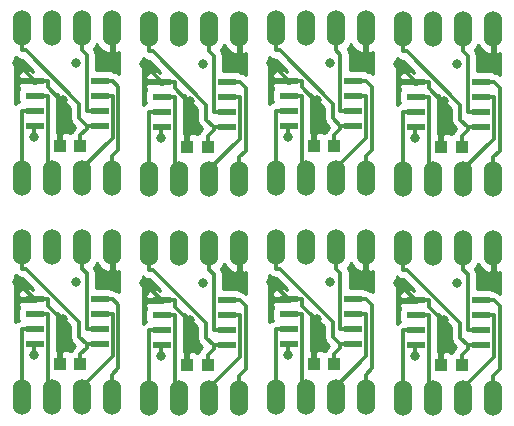
<source format=gbl>
G04 #@! TF.FileFunction,Copper,L2,Bot,Signal*
%FSLAX46Y46*%
G04 Gerber Fmt 4.6, Leading zero omitted, Abs format (unit mm)*
G04 Created by KiCad (PCBNEW 4.0.1-stable) date 2017/12/09 22:36:48*
%MOMM*%
G01*
G04 APERTURE LIST*
%ADD10C,0.050000*%
%ADD11R,1.049020X1.079500*%
%ADD12O,1.524000X3.048000*%
%ADD13R,1.500000X0.600000*%
%ADD14C,0.800000*%
%ADD15C,0.300000*%
%ADD16C,0.254000*%
G04 APERTURE END LIST*
D10*
D11*
X143873760Y-108000000D03*
X142126240Y-108000000D03*
D12*
X138930000Y-110760000D03*
X141470000Y-110760000D03*
X144010000Y-110760000D03*
X146550000Y-110760000D03*
X146550000Y-98060000D03*
X144010000Y-98060000D03*
X141470000Y-98060000D03*
X138930000Y-98060000D03*
D13*
X139990000Y-105045000D03*
X145490000Y-105045000D03*
X139990000Y-106315000D03*
X139990000Y-103775000D03*
X139990000Y-102505000D03*
X145490000Y-106315000D03*
X145490000Y-103775000D03*
X145490000Y-102505000D03*
D11*
X154641760Y-108090000D03*
X152894240Y-108090000D03*
D12*
X149698000Y-110850000D03*
X152238000Y-110850000D03*
X154778000Y-110850000D03*
X157318000Y-110850000D03*
X157318000Y-98150000D03*
X154778000Y-98150000D03*
X152238000Y-98150000D03*
X149698000Y-98150000D03*
D13*
X150758000Y-105135000D03*
X156258000Y-105135000D03*
X150758000Y-106405000D03*
X150758000Y-103865000D03*
X150758000Y-102595000D03*
X156258000Y-106405000D03*
X156258000Y-103865000D03*
X156258000Y-102595000D03*
D11*
X165373760Y-108000000D03*
X163626240Y-108000000D03*
D12*
X160430000Y-110760000D03*
X162970000Y-110760000D03*
X165510000Y-110760000D03*
X168050000Y-110760000D03*
X168050000Y-98060000D03*
X165510000Y-98060000D03*
X162970000Y-98060000D03*
X160430000Y-98060000D03*
D13*
X161490000Y-105045000D03*
X166990000Y-105045000D03*
X161490000Y-106315000D03*
X161490000Y-103775000D03*
X161490000Y-102505000D03*
X166990000Y-106315000D03*
X166990000Y-103775000D03*
X166990000Y-102505000D03*
D11*
X176141760Y-108090000D03*
X174394240Y-108090000D03*
D12*
X171198000Y-110850000D03*
X173738000Y-110850000D03*
X176278000Y-110850000D03*
X178818000Y-110850000D03*
X178818000Y-98150000D03*
X176278000Y-98150000D03*
X173738000Y-98150000D03*
X171198000Y-98150000D03*
D13*
X172258000Y-105135000D03*
X177758000Y-105135000D03*
X172258000Y-106405000D03*
X172258000Y-103865000D03*
X172258000Y-102595000D03*
X177758000Y-106405000D03*
X177758000Y-103865000D03*
X177758000Y-102595000D03*
D11*
X143873760Y-126500000D03*
X142126240Y-126500000D03*
D12*
X138930000Y-129260000D03*
X141470000Y-129260000D03*
X144010000Y-129260000D03*
X146550000Y-129260000D03*
X146550000Y-116560000D03*
X144010000Y-116560000D03*
X141470000Y-116560000D03*
X138930000Y-116560000D03*
D13*
X139990000Y-123545000D03*
X145490000Y-123545000D03*
X139990000Y-124815000D03*
X139990000Y-122275000D03*
X139990000Y-121005000D03*
X145490000Y-124815000D03*
X145490000Y-122275000D03*
X145490000Y-121005000D03*
D11*
X154641760Y-126590000D03*
X152894240Y-126590000D03*
D12*
X149698000Y-129350000D03*
X152238000Y-129350000D03*
X154778000Y-129350000D03*
X157318000Y-129350000D03*
X157318000Y-116650000D03*
X154778000Y-116650000D03*
X152238000Y-116650000D03*
X149698000Y-116650000D03*
D13*
X150758000Y-123635000D03*
X156258000Y-123635000D03*
X150758000Y-124905000D03*
X150758000Y-122365000D03*
X150758000Y-121095000D03*
X156258000Y-124905000D03*
X156258000Y-122365000D03*
X156258000Y-121095000D03*
D11*
X165373760Y-126500000D03*
X163626240Y-126500000D03*
D12*
X160430000Y-129260000D03*
X162970000Y-129260000D03*
X165510000Y-129260000D03*
X168050000Y-129260000D03*
X168050000Y-116560000D03*
X165510000Y-116560000D03*
X162970000Y-116560000D03*
X160430000Y-116560000D03*
D13*
X161490000Y-123545000D03*
X166990000Y-123545000D03*
X161490000Y-124815000D03*
X161490000Y-122275000D03*
X161490000Y-121005000D03*
X166990000Y-124815000D03*
X166990000Y-122275000D03*
X166990000Y-121005000D03*
D11*
X176141760Y-126590000D03*
X174394240Y-126590000D03*
D12*
X171198000Y-129350000D03*
X173738000Y-129350000D03*
X176278000Y-129350000D03*
X178818000Y-129350000D03*
X178818000Y-116650000D03*
X176278000Y-116650000D03*
X173738000Y-116650000D03*
X171198000Y-116650000D03*
D13*
X172258000Y-123635000D03*
X177758000Y-123635000D03*
X172258000Y-124905000D03*
X172258000Y-122365000D03*
X172258000Y-121095000D03*
X177758000Y-124905000D03*
X177758000Y-122365000D03*
X177758000Y-121095000D03*
D14*
X138500000Y-101000000D03*
X146500000Y-101000000D03*
X143500000Y-101000000D03*
X142383300Y-104165900D03*
X149268000Y-101090000D03*
X157268000Y-101090000D03*
X154268000Y-101090000D03*
X153151300Y-104255900D03*
X160000000Y-101000000D03*
X168000000Y-101000000D03*
X165000000Y-101000000D03*
X163883300Y-104165900D03*
X170768000Y-101090000D03*
X178768000Y-101090000D03*
X175768000Y-101090000D03*
X174651300Y-104255900D03*
X138500000Y-119500000D03*
X146500000Y-119500000D03*
X143500000Y-119500000D03*
X142383300Y-122665900D03*
X149268000Y-119590000D03*
X157268000Y-119590000D03*
X154268000Y-119590000D03*
X153151300Y-122755900D03*
X160000000Y-119500000D03*
X168000000Y-119500000D03*
X165000000Y-119500000D03*
X163883300Y-122665900D03*
X170768000Y-119590000D03*
X178768000Y-119590000D03*
X175768000Y-119590000D03*
X174651300Y-122755900D03*
X139951600Y-107222600D03*
X150719600Y-107312600D03*
X161451600Y-107222600D03*
X172219600Y-107312600D03*
X139951600Y-125722600D03*
X150719600Y-125812600D03*
X161451600Y-125722600D03*
X172219600Y-125812600D03*
D15*
X144389700Y-106594000D02*
X143873800Y-107109900D01*
X144389700Y-106315000D02*
X144389700Y-106594000D01*
X145490000Y-106315000D02*
X144389700Y-106315000D01*
X143873800Y-108000000D02*
X143873800Y-107109900D01*
X143770100Y-105695400D02*
X144389700Y-106315000D01*
X143770100Y-104443700D02*
X143770100Y-105695400D01*
X139260700Y-99934300D02*
X143770100Y-104443700D01*
X138930000Y-99934300D02*
X139260700Y-99934300D01*
X138930000Y-98060000D02*
X138930000Y-99934300D01*
X155157700Y-106684000D02*
X154641800Y-107199900D01*
X155157700Y-106405000D02*
X155157700Y-106684000D01*
X156258000Y-106405000D02*
X155157700Y-106405000D01*
X154641800Y-108090000D02*
X154641800Y-107199900D01*
X154538100Y-105785400D02*
X155157700Y-106405000D01*
X154538100Y-104533700D02*
X154538100Y-105785400D01*
X150028700Y-100024300D02*
X154538100Y-104533700D01*
X149698000Y-100024300D02*
X150028700Y-100024300D01*
X149698000Y-98150000D02*
X149698000Y-100024300D01*
X165889700Y-106594000D02*
X165373800Y-107109900D01*
X165889700Y-106315000D02*
X165889700Y-106594000D01*
X166990000Y-106315000D02*
X165889700Y-106315000D01*
X165373800Y-108000000D02*
X165373800Y-107109900D01*
X165270100Y-105695400D02*
X165889700Y-106315000D01*
X165270100Y-104443700D02*
X165270100Y-105695400D01*
X160760700Y-99934300D02*
X165270100Y-104443700D01*
X160430000Y-99934300D02*
X160760700Y-99934300D01*
X160430000Y-98060000D02*
X160430000Y-99934300D01*
X176657700Y-106684000D02*
X176141800Y-107199900D01*
X176657700Y-106405000D02*
X176657700Y-106684000D01*
X177758000Y-106405000D02*
X176657700Y-106405000D01*
X176141800Y-108090000D02*
X176141800Y-107199900D01*
X176038100Y-105785400D02*
X176657700Y-106405000D01*
X176038100Y-104533700D02*
X176038100Y-105785400D01*
X171528700Y-100024300D02*
X176038100Y-104533700D01*
X171198000Y-100024300D02*
X171528700Y-100024300D01*
X171198000Y-98150000D02*
X171198000Y-100024300D01*
X144389700Y-125094000D02*
X143873800Y-125609900D01*
X144389700Y-124815000D02*
X144389700Y-125094000D01*
X145490000Y-124815000D02*
X144389700Y-124815000D01*
X143873800Y-126500000D02*
X143873800Y-125609900D01*
X143770100Y-124195400D02*
X144389700Y-124815000D01*
X143770100Y-122943700D02*
X143770100Y-124195400D01*
X139260700Y-118434300D02*
X143770100Y-122943700D01*
X138930000Y-118434300D02*
X139260700Y-118434300D01*
X138930000Y-116560000D02*
X138930000Y-118434300D01*
X155157700Y-125184000D02*
X154641800Y-125699900D01*
X155157700Y-124905000D02*
X155157700Y-125184000D01*
X156258000Y-124905000D02*
X155157700Y-124905000D01*
X154641800Y-126590000D02*
X154641800Y-125699900D01*
X154538100Y-124285400D02*
X155157700Y-124905000D01*
X154538100Y-123033700D02*
X154538100Y-124285400D01*
X150028700Y-118524300D02*
X154538100Y-123033700D01*
X149698000Y-118524300D02*
X150028700Y-118524300D01*
X149698000Y-116650000D02*
X149698000Y-118524300D01*
X165889700Y-125094000D02*
X165373800Y-125609900D01*
X165889700Y-124815000D02*
X165889700Y-125094000D01*
X166990000Y-124815000D02*
X165889700Y-124815000D01*
X165373800Y-126500000D02*
X165373800Y-125609900D01*
X165270100Y-124195400D02*
X165889700Y-124815000D01*
X165270100Y-122943700D02*
X165270100Y-124195400D01*
X160760700Y-118434300D02*
X165270100Y-122943700D01*
X160430000Y-118434300D02*
X160760700Y-118434300D01*
X160430000Y-116560000D02*
X160430000Y-118434300D01*
X176657700Y-125184000D02*
X176141800Y-125699900D01*
X176657700Y-124905000D02*
X176657700Y-125184000D01*
X177758000Y-124905000D02*
X176657700Y-124905000D01*
X176141800Y-126590000D02*
X176141800Y-125699900D01*
X176038100Y-124285400D02*
X176657700Y-124905000D01*
X176038100Y-123033700D02*
X176038100Y-124285400D01*
X171528700Y-118524300D02*
X176038100Y-123033700D01*
X171198000Y-118524300D02*
X171528700Y-118524300D01*
X171198000Y-116650000D02*
X171198000Y-118524300D01*
X139990000Y-102505000D02*
X139990000Y-102490000D01*
X139990000Y-102490000D02*
X138500000Y-101000000D01*
X139990000Y-102505000D02*
X141090300Y-102505000D01*
X142126200Y-108000000D02*
X142126200Y-107109900D01*
X142126200Y-107109900D02*
X142126200Y-104165900D01*
X142126200Y-104103400D02*
X142126200Y-104165900D01*
X141090400Y-103067600D02*
X142126200Y-104103400D01*
X141090300Y-103067600D02*
X141090400Y-103067600D01*
X141090300Y-102505000D02*
X141090300Y-103067600D01*
X142126200Y-104165900D02*
X142383300Y-104165900D01*
X150758000Y-102595000D02*
X150758000Y-102580000D01*
X150758000Y-102580000D02*
X149268000Y-101090000D01*
X150758000Y-102595000D02*
X151858300Y-102595000D01*
X152894200Y-108090000D02*
X152894200Y-107199900D01*
X152894200Y-107199900D02*
X152894200Y-104255900D01*
X152894200Y-104193400D02*
X152894200Y-104255900D01*
X151858400Y-103157600D02*
X152894200Y-104193400D01*
X151858300Y-103157600D02*
X151858400Y-103157600D01*
X151858300Y-102595000D02*
X151858300Y-103157600D01*
X152894200Y-104255900D02*
X153151300Y-104255900D01*
X161490000Y-102505000D02*
X161490000Y-102490000D01*
X161490000Y-102490000D02*
X160000000Y-101000000D01*
X161490000Y-102505000D02*
X162590300Y-102505000D01*
X163626200Y-108000000D02*
X163626200Y-107109900D01*
X163626200Y-107109900D02*
X163626200Y-104165900D01*
X163626200Y-104103400D02*
X163626200Y-104165900D01*
X162590400Y-103067600D02*
X163626200Y-104103400D01*
X162590300Y-103067600D02*
X162590400Y-103067600D01*
X162590300Y-102505000D02*
X162590300Y-103067600D01*
X163626200Y-104165900D02*
X163883300Y-104165900D01*
X172258000Y-102595000D02*
X172258000Y-102580000D01*
X172258000Y-102580000D02*
X170768000Y-101090000D01*
X172258000Y-102595000D02*
X173358300Y-102595000D01*
X174394200Y-108090000D02*
X174394200Y-107199900D01*
X174394200Y-107199900D02*
X174394200Y-104255900D01*
X174394200Y-104193400D02*
X174394200Y-104255900D01*
X173358400Y-103157600D02*
X174394200Y-104193400D01*
X173358300Y-103157600D02*
X173358400Y-103157600D01*
X173358300Y-102595000D02*
X173358300Y-103157600D01*
X174394200Y-104255900D02*
X174651300Y-104255900D01*
X139990000Y-121005000D02*
X139990000Y-120990000D01*
X139990000Y-120990000D02*
X138500000Y-119500000D01*
X139990000Y-121005000D02*
X141090300Y-121005000D01*
X142126200Y-126500000D02*
X142126200Y-125609900D01*
X142126200Y-125609900D02*
X142126200Y-122665900D01*
X142126200Y-122603400D02*
X142126200Y-122665900D01*
X141090400Y-121567600D02*
X142126200Y-122603400D01*
X141090300Y-121567600D02*
X141090400Y-121567600D01*
X141090300Y-121005000D02*
X141090300Y-121567600D01*
X142126200Y-122665900D02*
X142383300Y-122665900D01*
X150758000Y-121095000D02*
X150758000Y-121080000D01*
X150758000Y-121080000D02*
X149268000Y-119590000D01*
X150758000Y-121095000D02*
X151858300Y-121095000D01*
X152894200Y-126590000D02*
X152894200Y-125699900D01*
X152894200Y-125699900D02*
X152894200Y-122755900D01*
X152894200Y-122693400D02*
X152894200Y-122755900D01*
X151858400Y-121657600D02*
X152894200Y-122693400D01*
X151858300Y-121657600D02*
X151858400Y-121657600D01*
X151858300Y-121095000D02*
X151858300Y-121657600D01*
X152894200Y-122755900D02*
X153151300Y-122755900D01*
X161490000Y-121005000D02*
X161490000Y-120990000D01*
X161490000Y-120990000D02*
X160000000Y-119500000D01*
X161490000Y-121005000D02*
X162590300Y-121005000D01*
X163626200Y-126500000D02*
X163626200Y-125609900D01*
X163626200Y-125609900D02*
X163626200Y-122665900D01*
X163626200Y-122603400D02*
X163626200Y-122665900D01*
X162590400Y-121567600D02*
X163626200Y-122603400D01*
X162590300Y-121567600D02*
X162590400Y-121567600D01*
X162590300Y-121005000D02*
X162590300Y-121567600D01*
X163626200Y-122665900D02*
X163883300Y-122665900D01*
X172258000Y-121095000D02*
X172258000Y-121080000D01*
X172258000Y-121080000D02*
X170768000Y-119590000D01*
X172258000Y-121095000D02*
X173358300Y-121095000D01*
X174394200Y-126590000D02*
X174394200Y-125699900D01*
X174394200Y-125699900D02*
X174394200Y-122755900D01*
X174394200Y-122693400D02*
X174394200Y-122755900D01*
X173358400Y-121657600D02*
X174394200Y-122693400D01*
X173358300Y-121657600D02*
X173358400Y-121657600D01*
X173358300Y-121095000D02*
X173358300Y-121657600D01*
X174394200Y-122755900D02*
X174651300Y-122755900D01*
X139951600Y-106353400D02*
X139951600Y-107222600D01*
X139990000Y-106315000D02*
X139951600Y-106353400D01*
X150719600Y-106443400D02*
X150719600Y-107312600D01*
X150758000Y-106405000D02*
X150719600Y-106443400D01*
X161451600Y-106353400D02*
X161451600Y-107222600D01*
X161490000Y-106315000D02*
X161451600Y-106353400D01*
X172219600Y-106443400D02*
X172219600Y-107312600D01*
X172258000Y-106405000D02*
X172219600Y-106443400D01*
X139951600Y-124853400D02*
X139951600Y-125722600D01*
X139990000Y-124815000D02*
X139951600Y-124853400D01*
X150719600Y-124943400D02*
X150719600Y-125812600D01*
X150758000Y-124905000D02*
X150719600Y-124943400D01*
X161451600Y-124853400D02*
X161451600Y-125722600D01*
X161490000Y-124815000D02*
X161451600Y-124853400D01*
X172219600Y-124943400D02*
X172219600Y-125812600D01*
X172258000Y-124905000D02*
X172219600Y-124943400D01*
X138889700Y-108845400D02*
X138930000Y-108885700D01*
X138889700Y-105045000D02*
X138889700Y-108845400D01*
X139990000Y-105045000D02*
X138889700Y-105045000D01*
X138930000Y-110760000D02*
X138930000Y-108885700D01*
X149657700Y-108935400D02*
X149698000Y-108975700D01*
X149657700Y-105135000D02*
X149657700Y-108935400D01*
X150758000Y-105135000D02*
X149657700Y-105135000D01*
X149698000Y-110850000D02*
X149698000Y-108975700D01*
X160389700Y-108845400D02*
X160430000Y-108885700D01*
X160389700Y-105045000D02*
X160389700Y-108845400D01*
X161490000Y-105045000D02*
X160389700Y-105045000D01*
X160430000Y-110760000D02*
X160430000Y-108885700D01*
X171157700Y-108935400D02*
X171198000Y-108975700D01*
X171157700Y-105135000D02*
X171157700Y-108935400D01*
X172258000Y-105135000D02*
X171157700Y-105135000D01*
X171198000Y-110850000D02*
X171198000Y-108975700D01*
X138889700Y-127345400D02*
X138930000Y-127385700D01*
X138889700Y-123545000D02*
X138889700Y-127345400D01*
X139990000Y-123545000D02*
X138889700Y-123545000D01*
X138930000Y-129260000D02*
X138930000Y-127385700D01*
X149657700Y-127435400D02*
X149698000Y-127475700D01*
X149657700Y-123635000D02*
X149657700Y-127435400D01*
X150758000Y-123635000D02*
X149657700Y-123635000D01*
X149698000Y-129350000D02*
X149698000Y-127475700D01*
X160389700Y-127345400D02*
X160430000Y-127385700D01*
X160389700Y-123545000D02*
X160389700Y-127345400D01*
X161490000Y-123545000D02*
X160389700Y-123545000D01*
X160430000Y-129260000D02*
X160430000Y-127385700D01*
X171157700Y-127435400D02*
X171198000Y-127475700D01*
X171157700Y-123635000D02*
X171157700Y-127435400D01*
X172258000Y-123635000D02*
X171157700Y-123635000D01*
X171198000Y-129350000D02*
X171198000Y-127475700D01*
X141090300Y-110380300D02*
X141470000Y-110760000D01*
X141090300Y-103775000D02*
X141090300Y-110380300D01*
X139990000Y-103775000D02*
X141090300Y-103775000D01*
X151858300Y-110470300D02*
X152238000Y-110850000D01*
X151858300Y-103865000D02*
X151858300Y-110470300D01*
X150758000Y-103865000D02*
X151858300Y-103865000D01*
X162590300Y-110380300D02*
X162970000Y-110760000D01*
X162590300Y-103775000D02*
X162590300Y-110380300D01*
X161490000Y-103775000D02*
X162590300Y-103775000D01*
X173358300Y-110470300D02*
X173738000Y-110850000D01*
X173358300Y-103865000D02*
X173358300Y-110470300D01*
X172258000Y-103865000D02*
X173358300Y-103865000D01*
X141090300Y-128880300D02*
X141470000Y-129260000D01*
X141090300Y-122275000D02*
X141090300Y-128880300D01*
X139990000Y-122275000D02*
X141090300Y-122275000D01*
X151858300Y-128970300D02*
X152238000Y-129350000D01*
X151858300Y-122365000D02*
X151858300Y-128970300D01*
X150758000Y-122365000D02*
X151858300Y-122365000D01*
X162590300Y-128880300D02*
X162970000Y-129260000D01*
X162590300Y-122275000D02*
X162590300Y-128880300D01*
X161490000Y-122275000D02*
X162590300Y-122275000D01*
X173358300Y-128970300D02*
X173738000Y-129350000D01*
X173358300Y-122365000D02*
X173358300Y-128970300D01*
X172258000Y-122365000D02*
X173358300Y-122365000D01*
X145490000Y-102505000D02*
X146590300Y-102505000D01*
X146550000Y-110760000D02*
X146550000Y-108885700D01*
X147090600Y-103005300D02*
X146590300Y-102505000D01*
X147090600Y-108345100D02*
X147090600Y-103005300D01*
X146550000Y-108885700D02*
X147090600Y-108345100D01*
X156258000Y-102595000D02*
X157358300Y-102595000D01*
X157318000Y-110850000D02*
X157318000Y-108975700D01*
X157858600Y-103095300D02*
X157358300Y-102595000D01*
X157858600Y-108435100D02*
X157858600Y-103095300D01*
X157318000Y-108975700D02*
X157858600Y-108435100D01*
X166990000Y-102505000D02*
X168090300Y-102505000D01*
X168050000Y-110760000D02*
X168050000Y-108885700D01*
X168590600Y-103005300D02*
X168090300Y-102505000D01*
X168590600Y-108345100D02*
X168590600Y-103005300D01*
X168050000Y-108885700D02*
X168590600Y-108345100D01*
X177758000Y-102595000D02*
X178858300Y-102595000D01*
X178818000Y-110850000D02*
X178818000Y-108975700D01*
X179358600Y-103095300D02*
X178858300Y-102595000D01*
X179358600Y-108435100D02*
X179358600Y-103095300D01*
X178818000Y-108975700D02*
X179358600Y-108435100D01*
X145490000Y-121005000D02*
X146590300Y-121005000D01*
X146550000Y-129260000D02*
X146550000Y-127385700D01*
X147090600Y-121505300D02*
X146590300Y-121005000D01*
X147090600Y-126845100D02*
X147090600Y-121505300D01*
X146550000Y-127385700D02*
X147090600Y-126845100D01*
X156258000Y-121095000D02*
X157358300Y-121095000D01*
X157318000Y-129350000D02*
X157318000Y-127475700D01*
X157858600Y-121595300D02*
X157358300Y-121095000D01*
X157858600Y-126935100D02*
X157858600Y-121595300D01*
X157318000Y-127475700D02*
X157858600Y-126935100D01*
X166990000Y-121005000D02*
X168090300Y-121005000D01*
X168050000Y-129260000D02*
X168050000Y-127385700D01*
X168590600Y-121505300D02*
X168090300Y-121005000D01*
X168590600Y-126845100D02*
X168590600Y-121505300D01*
X168050000Y-127385700D02*
X168590600Y-126845100D01*
X177758000Y-121095000D02*
X178858300Y-121095000D01*
X178818000Y-129350000D02*
X178818000Y-127475700D01*
X179358600Y-121595300D02*
X178858300Y-121095000D01*
X179358600Y-126935100D02*
X179358600Y-121595300D01*
X178818000Y-127475700D02*
X179358600Y-126935100D01*
X146590300Y-107328300D02*
X146590300Y-103775000D01*
X144010000Y-109908600D02*
X146590300Y-107328300D01*
X144010000Y-110760000D02*
X144010000Y-109908600D01*
X145490000Y-103775000D02*
X146590300Y-103775000D01*
X157358300Y-107418300D02*
X157358300Y-103865000D01*
X154778000Y-109998600D02*
X157358300Y-107418300D01*
X154778000Y-110850000D02*
X154778000Y-109998600D01*
X156258000Y-103865000D02*
X157358300Y-103865000D01*
X168090300Y-107328300D02*
X168090300Y-103775000D01*
X165510000Y-109908600D02*
X168090300Y-107328300D01*
X165510000Y-110760000D02*
X165510000Y-109908600D01*
X166990000Y-103775000D02*
X168090300Y-103775000D01*
X178858300Y-107418300D02*
X178858300Y-103865000D01*
X176278000Y-109998600D02*
X178858300Y-107418300D01*
X176278000Y-110850000D02*
X176278000Y-109998600D01*
X177758000Y-103865000D02*
X178858300Y-103865000D01*
X146590300Y-125828300D02*
X146590300Y-122275000D01*
X144010000Y-128408600D02*
X146590300Y-125828300D01*
X144010000Y-129260000D02*
X144010000Y-128408600D01*
X145490000Y-122275000D02*
X146590300Y-122275000D01*
X157358300Y-125918300D02*
X157358300Y-122365000D01*
X154778000Y-128498600D02*
X157358300Y-125918300D01*
X154778000Y-129350000D02*
X154778000Y-128498600D01*
X156258000Y-122365000D02*
X157358300Y-122365000D01*
X168090300Y-125828300D02*
X168090300Y-122275000D01*
X165510000Y-128408600D02*
X168090300Y-125828300D01*
X165510000Y-129260000D02*
X165510000Y-128408600D01*
X166990000Y-122275000D02*
X168090300Y-122275000D01*
X178858300Y-125918300D02*
X178858300Y-122365000D01*
X176278000Y-128498600D02*
X178858300Y-125918300D01*
X176278000Y-129350000D02*
X176278000Y-128498600D01*
X177758000Y-122365000D02*
X178858300Y-122365000D01*
X144389700Y-100314000D02*
X144010000Y-99934300D01*
X144389700Y-105045000D02*
X144389700Y-100314000D01*
X145490000Y-105045000D02*
X144389700Y-105045000D01*
X144010000Y-98060000D02*
X144010000Y-99934300D01*
X155157700Y-100404000D02*
X154778000Y-100024300D01*
X155157700Y-105135000D02*
X155157700Y-100404000D01*
X156258000Y-105135000D02*
X155157700Y-105135000D01*
X154778000Y-98150000D02*
X154778000Y-100024300D01*
X165889700Y-100314000D02*
X165510000Y-99934300D01*
X165889700Y-105045000D02*
X165889700Y-100314000D01*
X166990000Y-105045000D02*
X165889700Y-105045000D01*
X165510000Y-98060000D02*
X165510000Y-99934300D01*
X176657700Y-100404000D02*
X176278000Y-100024300D01*
X176657700Y-105135000D02*
X176657700Y-100404000D01*
X177758000Y-105135000D02*
X176657700Y-105135000D01*
X176278000Y-98150000D02*
X176278000Y-100024300D01*
X144389700Y-118814000D02*
X144010000Y-118434300D01*
X144389700Y-123545000D02*
X144389700Y-118814000D01*
X145490000Y-123545000D02*
X144389700Y-123545000D01*
X144010000Y-116560000D02*
X144010000Y-118434300D01*
X155157700Y-118904000D02*
X154778000Y-118524300D01*
X155157700Y-123635000D02*
X155157700Y-118904000D01*
X156258000Y-123635000D02*
X155157700Y-123635000D01*
X154778000Y-116650000D02*
X154778000Y-118524300D01*
X165889700Y-118814000D02*
X165510000Y-118434300D01*
X165889700Y-123545000D02*
X165889700Y-118814000D01*
X166990000Y-123545000D02*
X165889700Y-123545000D01*
X165510000Y-116560000D02*
X165510000Y-118434300D01*
X176657700Y-118904000D02*
X176278000Y-118524300D01*
X176657700Y-123635000D02*
X176657700Y-118904000D01*
X177758000Y-123635000D02*
X176657700Y-123635000D01*
X176278000Y-116650000D02*
X176278000Y-118524300D01*
D16*
G36*
X142985100Y-104768858D02*
X142985100Y-105695400D01*
X143044855Y-105995807D01*
X143215021Y-106250479D01*
X143419042Y-106454500D01*
X143318721Y-106554821D01*
X143148555Y-106809493D01*
X143148555Y-106809494D01*
X143140066Y-106852171D01*
X143113933Y-106857088D01*
X143011516Y-106922991D01*
X143010448Y-106921923D01*
X142777059Y-106825250D01*
X142411990Y-106825250D01*
X142253240Y-106984000D01*
X142253240Y-107873000D01*
X142273240Y-107873000D01*
X142273240Y-108127000D01*
X142253240Y-108127000D01*
X142253240Y-108147000D01*
X141999240Y-108147000D01*
X141999240Y-108127000D01*
X141979240Y-108127000D01*
X141979240Y-107873000D01*
X141999240Y-107873000D01*
X141999240Y-106984000D01*
X141875300Y-106860060D01*
X141875300Y-103775000D01*
X141846511Y-103630269D01*
X142985100Y-104768858D01*
X142985100Y-104768858D01*
G37*
X142985100Y-104768858D02*
X142985100Y-105695400D01*
X143044855Y-105995807D01*
X143215021Y-106250479D01*
X143419042Y-106454500D01*
X143318721Y-106554821D01*
X143148555Y-106809493D01*
X143148555Y-106809494D01*
X143140066Y-106852171D01*
X143113933Y-106857088D01*
X143011516Y-106922991D01*
X143010448Y-106921923D01*
X142777059Y-106825250D01*
X142411990Y-106825250D01*
X142253240Y-106984000D01*
X142253240Y-107873000D01*
X142273240Y-107873000D01*
X142273240Y-108127000D01*
X142253240Y-108127000D01*
X142253240Y-108147000D01*
X141999240Y-108147000D01*
X141999240Y-108127000D01*
X141979240Y-108127000D01*
X141979240Y-107873000D01*
X141999240Y-107873000D01*
X141999240Y-106984000D01*
X141875300Y-106860060D01*
X141875300Y-103775000D01*
X141846511Y-103630269D01*
X142985100Y-104768858D01*
G36*
X138374921Y-100489379D02*
X138629594Y-100659545D01*
X138930000Y-100719300D01*
X138935542Y-100719300D01*
X139862998Y-101646756D01*
X139862998Y-101728748D01*
X139704250Y-101570000D01*
X139113690Y-101570000D01*
X138880301Y-101666673D01*
X138701673Y-101845302D01*
X138605000Y-102078691D01*
X138605000Y-102219250D01*
X138763750Y-102378000D01*
X139863000Y-102378000D01*
X139863000Y-102358000D01*
X140117000Y-102358000D01*
X140117000Y-102378000D01*
X140137000Y-102378000D01*
X140137000Y-102632000D01*
X140117000Y-102632000D01*
X140117000Y-102652000D01*
X139863000Y-102652000D01*
X139863000Y-102632000D01*
X138763750Y-102632000D01*
X138605000Y-102790750D01*
X138605000Y-102931309D01*
X138694807Y-103148121D01*
X138643569Y-103223110D01*
X138592560Y-103475000D01*
X138592560Y-104075000D01*
X138636835Y-104310299D01*
X138589294Y-104319755D01*
X138370000Y-104466282D01*
X138370000Y-100482014D01*
X138374921Y-100489379D01*
X138374921Y-100489379D01*
G37*
X138374921Y-100489379D02*
X138629594Y-100659545D01*
X138930000Y-100719300D01*
X138935542Y-100719300D01*
X139862998Y-101646756D01*
X139862998Y-101728748D01*
X139704250Y-101570000D01*
X139113690Y-101570000D01*
X138880301Y-101666673D01*
X138701673Y-101845302D01*
X138605000Y-102078691D01*
X138605000Y-102219250D01*
X138763750Y-102378000D01*
X139863000Y-102378000D01*
X139863000Y-102358000D01*
X140117000Y-102358000D01*
X140117000Y-102378000D01*
X140137000Y-102378000D01*
X140137000Y-102632000D01*
X140117000Y-102632000D01*
X140117000Y-102652000D01*
X139863000Y-102652000D01*
X139863000Y-102632000D01*
X138763750Y-102632000D01*
X138605000Y-102790750D01*
X138605000Y-102931309D01*
X138694807Y-103148121D01*
X138643569Y-103223110D01*
X138592560Y-103475000D01*
X138592560Y-104075000D01*
X138636835Y-104310299D01*
X138589294Y-104319755D01*
X138370000Y-104466282D01*
X138370000Y-100482014D01*
X138374921Y-100489379D01*
G36*
X146677000Y-97933000D02*
X146697000Y-97933000D01*
X146697000Y-98187000D01*
X146677000Y-98187000D01*
X146677000Y-100053720D01*
X146893070Y-100176220D01*
X146967277Y-100161260D01*
X147110000Y-100083588D01*
X147110000Y-101926282D01*
X146890707Y-101779755D01*
X146681535Y-101738148D01*
X146491890Y-101608569D01*
X146240000Y-101557560D01*
X145174700Y-101557560D01*
X145174700Y-100314000D01*
X145114945Y-100013594D01*
X145002442Y-99845220D01*
X145290349Y-99414338D01*
X145307941Y-99473941D01*
X145651974Y-99899630D01*
X146132723Y-100161260D01*
X146206930Y-100176220D01*
X146423000Y-100053720D01*
X146423000Y-98187000D01*
X146403000Y-98187000D01*
X146403000Y-97933000D01*
X146423000Y-97933000D01*
X146423000Y-97913000D01*
X146677000Y-97913000D01*
X146677000Y-97933000D01*
X146677000Y-97933000D01*
G37*
X146677000Y-97933000D02*
X146697000Y-97933000D01*
X146697000Y-98187000D01*
X146677000Y-98187000D01*
X146677000Y-100053720D01*
X146893070Y-100176220D01*
X146967277Y-100161260D01*
X147110000Y-100083588D01*
X147110000Y-101926282D01*
X146890707Y-101779755D01*
X146681535Y-101738148D01*
X146491890Y-101608569D01*
X146240000Y-101557560D01*
X145174700Y-101557560D01*
X145174700Y-100314000D01*
X145114945Y-100013594D01*
X145002442Y-99845220D01*
X145290349Y-99414338D01*
X145307941Y-99473941D01*
X145651974Y-99899630D01*
X146132723Y-100161260D01*
X146206930Y-100176220D01*
X146423000Y-100053720D01*
X146423000Y-98187000D01*
X146403000Y-98187000D01*
X146403000Y-97933000D01*
X146423000Y-97933000D01*
X146423000Y-97913000D01*
X146677000Y-97913000D01*
X146677000Y-97933000D01*
G36*
X153753100Y-104858858D02*
X153753100Y-105785400D01*
X153812855Y-106085807D01*
X153983021Y-106340479D01*
X154187042Y-106544500D01*
X154086721Y-106644821D01*
X153916555Y-106899493D01*
X153916555Y-106899494D01*
X153908066Y-106942171D01*
X153881933Y-106947088D01*
X153779516Y-107012991D01*
X153778448Y-107011923D01*
X153545059Y-106915250D01*
X153179990Y-106915250D01*
X153021240Y-107074000D01*
X153021240Y-107963000D01*
X153041240Y-107963000D01*
X153041240Y-108217000D01*
X153021240Y-108217000D01*
X153021240Y-108237000D01*
X152767240Y-108237000D01*
X152767240Y-108217000D01*
X152747240Y-108217000D01*
X152747240Y-107963000D01*
X152767240Y-107963000D01*
X152767240Y-107074000D01*
X152643300Y-106950060D01*
X152643300Y-103865000D01*
X152614511Y-103720269D01*
X153753100Y-104858858D01*
X153753100Y-104858858D01*
G37*
X153753100Y-104858858D02*
X153753100Y-105785400D01*
X153812855Y-106085807D01*
X153983021Y-106340479D01*
X154187042Y-106544500D01*
X154086721Y-106644821D01*
X153916555Y-106899493D01*
X153916555Y-106899494D01*
X153908066Y-106942171D01*
X153881933Y-106947088D01*
X153779516Y-107012991D01*
X153778448Y-107011923D01*
X153545059Y-106915250D01*
X153179990Y-106915250D01*
X153021240Y-107074000D01*
X153021240Y-107963000D01*
X153041240Y-107963000D01*
X153041240Y-108217000D01*
X153021240Y-108217000D01*
X153021240Y-108237000D01*
X152767240Y-108237000D01*
X152767240Y-108217000D01*
X152747240Y-108217000D01*
X152747240Y-107963000D01*
X152767240Y-107963000D01*
X152767240Y-107074000D01*
X152643300Y-106950060D01*
X152643300Y-103865000D01*
X152614511Y-103720269D01*
X153753100Y-104858858D01*
G36*
X149142921Y-100579379D02*
X149397594Y-100749545D01*
X149698000Y-100809300D01*
X149703542Y-100809300D01*
X150630998Y-101736756D01*
X150630998Y-101818748D01*
X150472250Y-101660000D01*
X149881690Y-101660000D01*
X149648301Y-101756673D01*
X149469673Y-101935302D01*
X149373000Y-102168691D01*
X149373000Y-102309250D01*
X149531750Y-102468000D01*
X150631000Y-102468000D01*
X150631000Y-102448000D01*
X150885000Y-102448000D01*
X150885000Y-102468000D01*
X150905000Y-102468000D01*
X150905000Y-102722000D01*
X150885000Y-102722000D01*
X150885000Y-102742000D01*
X150631000Y-102742000D01*
X150631000Y-102722000D01*
X149531750Y-102722000D01*
X149373000Y-102880750D01*
X149373000Y-103021309D01*
X149462807Y-103238121D01*
X149411569Y-103313110D01*
X149360560Y-103565000D01*
X149360560Y-104165000D01*
X149404835Y-104400299D01*
X149357294Y-104409755D01*
X149138000Y-104556282D01*
X149138000Y-100572014D01*
X149142921Y-100579379D01*
X149142921Y-100579379D01*
G37*
X149142921Y-100579379D02*
X149397594Y-100749545D01*
X149698000Y-100809300D01*
X149703542Y-100809300D01*
X150630998Y-101736756D01*
X150630998Y-101818748D01*
X150472250Y-101660000D01*
X149881690Y-101660000D01*
X149648301Y-101756673D01*
X149469673Y-101935302D01*
X149373000Y-102168691D01*
X149373000Y-102309250D01*
X149531750Y-102468000D01*
X150631000Y-102468000D01*
X150631000Y-102448000D01*
X150885000Y-102448000D01*
X150885000Y-102468000D01*
X150905000Y-102468000D01*
X150905000Y-102722000D01*
X150885000Y-102722000D01*
X150885000Y-102742000D01*
X150631000Y-102742000D01*
X150631000Y-102722000D01*
X149531750Y-102722000D01*
X149373000Y-102880750D01*
X149373000Y-103021309D01*
X149462807Y-103238121D01*
X149411569Y-103313110D01*
X149360560Y-103565000D01*
X149360560Y-104165000D01*
X149404835Y-104400299D01*
X149357294Y-104409755D01*
X149138000Y-104556282D01*
X149138000Y-100572014D01*
X149142921Y-100579379D01*
G36*
X157445000Y-98023000D02*
X157465000Y-98023000D01*
X157465000Y-98277000D01*
X157445000Y-98277000D01*
X157445000Y-100143720D01*
X157661070Y-100266220D01*
X157735277Y-100251260D01*
X157878000Y-100173588D01*
X157878000Y-102016282D01*
X157658707Y-101869755D01*
X157449535Y-101828148D01*
X157259890Y-101698569D01*
X157008000Y-101647560D01*
X155942700Y-101647560D01*
X155942700Y-100404000D01*
X155882945Y-100103594D01*
X155770442Y-99935220D01*
X156058349Y-99504338D01*
X156075941Y-99563941D01*
X156419974Y-99989630D01*
X156900723Y-100251260D01*
X156974930Y-100266220D01*
X157191000Y-100143720D01*
X157191000Y-98277000D01*
X157171000Y-98277000D01*
X157171000Y-98023000D01*
X157191000Y-98023000D01*
X157191000Y-98003000D01*
X157445000Y-98003000D01*
X157445000Y-98023000D01*
X157445000Y-98023000D01*
G37*
X157445000Y-98023000D02*
X157465000Y-98023000D01*
X157465000Y-98277000D01*
X157445000Y-98277000D01*
X157445000Y-100143720D01*
X157661070Y-100266220D01*
X157735277Y-100251260D01*
X157878000Y-100173588D01*
X157878000Y-102016282D01*
X157658707Y-101869755D01*
X157449535Y-101828148D01*
X157259890Y-101698569D01*
X157008000Y-101647560D01*
X155942700Y-101647560D01*
X155942700Y-100404000D01*
X155882945Y-100103594D01*
X155770442Y-99935220D01*
X156058349Y-99504338D01*
X156075941Y-99563941D01*
X156419974Y-99989630D01*
X156900723Y-100251260D01*
X156974930Y-100266220D01*
X157191000Y-100143720D01*
X157191000Y-98277000D01*
X157171000Y-98277000D01*
X157171000Y-98023000D01*
X157191000Y-98023000D01*
X157191000Y-98003000D01*
X157445000Y-98003000D01*
X157445000Y-98023000D01*
G36*
X164485100Y-104768858D02*
X164485100Y-105695400D01*
X164544855Y-105995807D01*
X164715021Y-106250479D01*
X164919042Y-106454500D01*
X164818721Y-106554821D01*
X164648555Y-106809493D01*
X164648555Y-106809494D01*
X164640066Y-106852171D01*
X164613933Y-106857088D01*
X164511516Y-106922991D01*
X164510448Y-106921923D01*
X164277059Y-106825250D01*
X163911990Y-106825250D01*
X163753240Y-106984000D01*
X163753240Y-107873000D01*
X163773240Y-107873000D01*
X163773240Y-108127000D01*
X163753240Y-108127000D01*
X163753240Y-108147000D01*
X163499240Y-108147000D01*
X163499240Y-108127000D01*
X163479240Y-108127000D01*
X163479240Y-107873000D01*
X163499240Y-107873000D01*
X163499240Y-106984000D01*
X163375300Y-106860060D01*
X163375300Y-103775000D01*
X163346511Y-103630269D01*
X164485100Y-104768858D01*
X164485100Y-104768858D01*
G37*
X164485100Y-104768858D02*
X164485100Y-105695400D01*
X164544855Y-105995807D01*
X164715021Y-106250479D01*
X164919042Y-106454500D01*
X164818721Y-106554821D01*
X164648555Y-106809493D01*
X164648555Y-106809494D01*
X164640066Y-106852171D01*
X164613933Y-106857088D01*
X164511516Y-106922991D01*
X164510448Y-106921923D01*
X164277059Y-106825250D01*
X163911990Y-106825250D01*
X163753240Y-106984000D01*
X163753240Y-107873000D01*
X163773240Y-107873000D01*
X163773240Y-108127000D01*
X163753240Y-108127000D01*
X163753240Y-108147000D01*
X163499240Y-108147000D01*
X163499240Y-108127000D01*
X163479240Y-108127000D01*
X163479240Y-107873000D01*
X163499240Y-107873000D01*
X163499240Y-106984000D01*
X163375300Y-106860060D01*
X163375300Y-103775000D01*
X163346511Y-103630269D01*
X164485100Y-104768858D01*
G36*
X159874921Y-100489379D02*
X160129594Y-100659545D01*
X160430000Y-100719300D01*
X160435542Y-100719300D01*
X161362998Y-101646756D01*
X161362998Y-101728748D01*
X161204250Y-101570000D01*
X160613690Y-101570000D01*
X160380301Y-101666673D01*
X160201673Y-101845302D01*
X160105000Y-102078691D01*
X160105000Y-102219250D01*
X160263750Y-102378000D01*
X161363000Y-102378000D01*
X161363000Y-102358000D01*
X161617000Y-102358000D01*
X161617000Y-102378000D01*
X161637000Y-102378000D01*
X161637000Y-102632000D01*
X161617000Y-102632000D01*
X161617000Y-102652000D01*
X161363000Y-102652000D01*
X161363000Y-102632000D01*
X160263750Y-102632000D01*
X160105000Y-102790750D01*
X160105000Y-102931309D01*
X160194807Y-103148121D01*
X160143569Y-103223110D01*
X160092560Y-103475000D01*
X160092560Y-104075000D01*
X160136835Y-104310299D01*
X160089294Y-104319755D01*
X159870000Y-104466282D01*
X159870000Y-100482014D01*
X159874921Y-100489379D01*
X159874921Y-100489379D01*
G37*
X159874921Y-100489379D02*
X160129594Y-100659545D01*
X160430000Y-100719300D01*
X160435542Y-100719300D01*
X161362998Y-101646756D01*
X161362998Y-101728748D01*
X161204250Y-101570000D01*
X160613690Y-101570000D01*
X160380301Y-101666673D01*
X160201673Y-101845302D01*
X160105000Y-102078691D01*
X160105000Y-102219250D01*
X160263750Y-102378000D01*
X161363000Y-102378000D01*
X161363000Y-102358000D01*
X161617000Y-102358000D01*
X161617000Y-102378000D01*
X161637000Y-102378000D01*
X161637000Y-102632000D01*
X161617000Y-102632000D01*
X161617000Y-102652000D01*
X161363000Y-102652000D01*
X161363000Y-102632000D01*
X160263750Y-102632000D01*
X160105000Y-102790750D01*
X160105000Y-102931309D01*
X160194807Y-103148121D01*
X160143569Y-103223110D01*
X160092560Y-103475000D01*
X160092560Y-104075000D01*
X160136835Y-104310299D01*
X160089294Y-104319755D01*
X159870000Y-104466282D01*
X159870000Y-100482014D01*
X159874921Y-100489379D01*
G36*
X168177000Y-97933000D02*
X168197000Y-97933000D01*
X168197000Y-98187000D01*
X168177000Y-98187000D01*
X168177000Y-100053720D01*
X168393070Y-100176220D01*
X168467277Y-100161260D01*
X168610000Y-100083588D01*
X168610000Y-101926282D01*
X168390707Y-101779755D01*
X168181535Y-101738148D01*
X167991890Y-101608569D01*
X167740000Y-101557560D01*
X166674700Y-101557560D01*
X166674700Y-100314000D01*
X166614945Y-100013594D01*
X166502442Y-99845220D01*
X166790349Y-99414338D01*
X166807941Y-99473941D01*
X167151974Y-99899630D01*
X167632723Y-100161260D01*
X167706930Y-100176220D01*
X167923000Y-100053720D01*
X167923000Y-98187000D01*
X167903000Y-98187000D01*
X167903000Y-97933000D01*
X167923000Y-97933000D01*
X167923000Y-97913000D01*
X168177000Y-97913000D01*
X168177000Y-97933000D01*
X168177000Y-97933000D01*
G37*
X168177000Y-97933000D02*
X168197000Y-97933000D01*
X168197000Y-98187000D01*
X168177000Y-98187000D01*
X168177000Y-100053720D01*
X168393070Y-100176220D01*
X168467277Y-100161260D01*
X168610000Y-100083588D01*
X168610000Y-101926282D01*
X168390707Y-101779755D01*
X168181535Y-101738148D01*
X167991890Y-101608569D01*
X167740000Y-101557560D01*
X166674700Y-101557560D01*
X166674700Y-100314000D01*
X166614945Y-100013594D01*
X166502442Y-99845220D01*
X166790349Y-99414338D01*
X166807941Y-99473941D01*
X167151974Y-99899630D01*
X167632723Y-100161260D01*
X167706930Y-100176220D01*
X167923000Y-100053720D01*
X167923000Y-98187000D01*
X167903000Y-98187000D01*
X167903000Y-97933000D01*
X167923000Y-97933000D01*
X167923000Y-97913000D01*
X168177000Y-97913000D01*
X168177000Y-97933000D01*
G36*
X175253100Y-104858858D02*
X175253100Y-105785400D01*
X175312855Y-106085807D01*
X175483021Y-106340479D01*
X175687042Y-106544500D01*
X175586721Y-106644821D01*
X175416555Y-106899493D01*
X175416555Y-106899494D01*
X175408066Y-106942171D01*
X175381933Y-106947088D01*
X175279516Y-107012991D01*
X175278448Y-107011923D01*
X175045059Y-106915250D01*
X174679990Y-106915250D01*
X174521240Y-107074000D01*
X174521240Y-107963000D01*
X174541240Y-107963000D01*
X174541240Y-108217000D01*
X174521240Y-108217000D01*
X174521240Y-108237000D01*
X174267240Y-108237000D01*
X174267240Y-108217000D01*
X174247240Y-108217000D01*
X174247240Y-107963000D01*
X174267240Y-107963000D01*
X174267240Y-107074000D01*
X174143300Y-106950060D01*
X174143300Y-103865000D01*
X174114511Y-103720269D01*
X175253100Y-104858858D01*
X175253100Y-104858858D01*
G37*
X175253100Y-104858858D02*
X175253100Y-105785400D01*
X175312855Y-106085807D01*
X175483021Y-106340479D01*
X175687042Y-106544500D01*
X175586721Y-106644821D01*
X175416555Y-106899493D01*
X175416555Y-106899494D01*
X175408066Y-106942171D01*
X175381933Y-106947088D01*
X175279516Y-107012991D01*
X175278448Y-107011923D01*
X175045059Y-106915250D01*
X174679990Y-106915250D01*
X174521240Y-107074000D01*
X174521240Y-107963000D01*
X174541240Y-107963000D01*
X174541240Y-108217000D01*
X174521240Y-108217000D01*
X174521240Y-108237000D01*
X174267240Y-108237000D01*
X174267240Y-108217000D01*
X174247240Y-108217000D01*
X174247240Y-107963000D01*
X174267240Y-107963000D01*
X174267240Y-107074000D01*
X174143300Y-106950060D01*
X174143300Y-103865000D01*
X174114511Y-103720269D01*
X175253100Y-104858858D01*
G36*
X170642921Y-100579379D02*
X170897594Y-100749545D01*
X171198000Y-100809300D01*
X171203542Y-100809300D01*
X172130998Y-101736756D01*
X172130998Y-101818748D01*
X171972250Y-101660000D01*
X171381690Y-101660000D01*
X171148301Y-101756673D01*
X170969673Y-101935302D01*
X170873000Y-102168691D01*
X170873000Y-102309250D01*
X171031750Y-102468000D01*
X172131000Y-102468000D01*
X172131000Y-102448000D01*
X172385000Y-102448000D01*
X172385000Y-102468000D01*
X172405000Y-102468000D01*
X172405000Y-102722000D01*
X172385000Y-102722000D01*
X172385000Y-102742000D01*
X172131000Y-102742000D01*
X172131000Y-102722000D01*
X171031750Y-102722000D01*
X170873000Y-102880750D01*
X170873000Y-103021309D01*
X170962807Y-103238121D01*
X170911569Y-103313110D01*
X170860560Y-103565000D01*
X170860560Y-104165000D01*
X170904835Y-104400299D01*
X170857294Y-104409755D01*
X170638000Y-104556282D01*
X170638000Y-100572014D01*
X170642921Y-100579379D01*
X170642921Y-100579379D01*
G37*
X170642921Y-100579379D02*
X170897594Y-100749545D01*
X171198000Y-100809300D01*
X171203542Y-100809300D01*
X172130998Y-101736756D01*
X172130998Y-101818748D01*
X171972250Y-101660000D01*
X171381690Y-101660000D01*
X171148301Y-101756673D01*
X170969673Y-101935302D01*
X170873000Y-102168691D01*
X170873000Y-102309250D01*
X171031750Y-102468000D01*
X172131000Y-102468000D01*
X172131000Y-102448000D01*
X172385000Y-102448000D01*
X172385000Y-102468000D01*
X172405000Y-102468000D01*
X172405000Y-102722000D01*
X172385000Y-102722000D01*
X172385000Y-102742000D01*
X172131000Y-102742000D01*
X172131000Y-102722000D01*
X171031750Y-102722000D01*
X170873000Y-102880750D01*
X170873000Y-103021309D01*
X170962807Y-103238121D01*
X170911569Y-103313110D01*
X170860560Y-103565000D01*
X170860560Y-104165000D01*
X170904835Y-104400299D01*
X170857294Y-104409755D01*
X170638000Y-104556282D01*
X170638000Y-100572014D01*
X170642921Y-100579379D01*
G36*
X178945000Y-98023000D02*
X178965000Y-98023000D01*
X178965000Y-98277000D01*
X178945000Y-98277000D01*
X178945000Y-100143720D01*
X179161070Y-100266220D01*
X179235277Y-100251260D01*
X179378000Y-100173588D01*
X179378000Y-102016282D01*
X179158707Y-101869755D01*
X178949535Y-101828148D01*
X178759890Y-101698569D01*
X178508000Y-101647560D01*
X177442700Y-101647560D01*
X177442700Y-100404000D01*
X177382945Y-100103594D01*
X177270442Y-99935220D01*
X177558349Y-99504338D01*
X177575941Y-99563941D01*
X177919974Y-99989630D01*
X178400723Y-100251260D01*
X178474930Y-100266220D01*
X178691000Y-100143720D01*
X178691000Y-98277000D01*
X178671000Y-98277000D01*
X178671000Y-98023000D01*
X178691000Y-98023000D01*
X178691000Y-98003000D01*
X178945000Y-98003000D01*
X178945000Y-98023000D01*
X178945000Y-98023000D01*
G37*
X178945000Y-98023000D02*
X178965000Y-98023000D01*
X178965000Y-98277000D01*
X178945000Y-98277000D01*
X178945000Y-100143720D01*
X179161070Y-100266220D01*
X179235277Y-100251260D01*
X179378000Y-100173588D01*
X179378000Y-102016282D01*
X179158707Y-101869755D01*
X178949535Y-101828148D01*
X178759890Y-101698569D01*
X178508000Y-101647560D01*
X177442700Y-101647560D01*
X177442700Y-100404000D01*
X177382945Y-100103594D01*
X177270442Y-99935220D01*
X177558349Y-99504338D01*
X177575941Y-99563941D01*
X177919974Y-99989630D01*
X178400723Y-100251260D01*
X178474930Y-100266220D01*
X178691000Y-100143720D01*
X178691000Y-98277000D01*
X178671000Y-98277000D01*
X178671000Y-98023000D01*
X178691000Y-98023000D01*
X178691000Y-98003000D01*
X178945000Y-98003000D01*
X178945000Y-98023000D01*
G36*
X142985100Y-123268858D02*
X142985100Y-124195400D01*
X143044855Y-124495807D01*
X143215021Y-124750479D01*
X143419042Y-124954500D01*
X143318721Y-125054821D01*
X143148555Y-125309493D01*
X143148555Y-125309494D01*
X143140066Y-125352171D01*
X143113933Y-125357088D01*
X143011516Y-125422991D01*
X143010448Y-125421923D01*
X142777059Y-125325250D01*
X142411990Y-125325250D01*
X142253240Y-125484000D01*
X142253240Y-126373000D01*
X142273240Y-126373000D01*
X142273240Y-126627000D01*
X142253240Y-126627000D01*
X142253240Y-126647000D01*
X141999240Y-126647000D01*
X141999240Y-126627000D01*
X141979240Y-126627000D01*
X141979240Y-126373000D01*
X141999240Y-126373000D01*
X141999240Y-125484000D01*
X141875300Y-125360060D01*
X141875300Y-122275000D01*
X141846511Y-122130269D01*
X142985100Y-123268858D01*
X142985100Y-123268858D01*
G37*
X142985100Y-123268858D02*
X142985100Y-124195400D01*
X143044855Y-124495807D01*
X143215021Y-124750479D01*
X143419042Y-124954500D01*
X143318721Y-125054821D01*
X143148555Y-125309493D01*
X143148555Y-125309494D01*
X143140066Y-125352171D01*
X143113933Y-125357088D01*
X143011516Y-125422991D01*
X143010448Y-125421923D01*
X142777059Y-125325250D01*
X142411990Y-125325250D01*
X142253240Y-125484000D01*
X142253240Y-126373000D01*
X142273240Y-126373000D01*
X142273240Y-126627000D01*
X142253240Y-126627000D01*
X142253240Y-126647000D01*
X141999240Y-126647000D01*
X141999240Y-126627000D01*
X141979240Y-126627000D01*
X141979240Y-126373000D01*
X141999240Y-126373000D01*
X141999240Y-125484000D01*
X141875300Y-125360060D01*
X141875300Y-122275000D01*
X141846511Y-122130269D01*
X142985100Y-123268858D01*
G36*
X138374921Y-118989379D02*
X138629594Y-119159545D01*
X138930000Y-119219300D01*
X138935542Y-119219300D01*
X139862998Y-120146756D01*
X139862998Y-120228748D01*
X139704250Y-120070000D01*
X139113690Y-120070000D01*
X138880301Y-120166673D01*
X138701673Y-120345302D01*
X138605000Y-120578691D01*
X138605000Y-120719250D01*
X138763750Y-120878000D01*
X139863000Y-120878000D01*
X139863000Y-120858000D01*
X140117000Y-120858000D01*
X140117000Y-120878000D01*
X140137000Y-120878000D01*
X140137000Y-121132000D01*
X140117000Y-121132000D01*
X140117000Y-121152000D01*
X139863000Y-121152000D01*
X139863000Y-121132000D01*
X138763750Y-121132000D01*
X138605000Y-121290750D01*
X138605000Y-121431309D01*
X138694807Y-121648121D01*
X138643569Y-121723110D01*
X138592560Y-121975000D01*
X138592560Y-122575000D01*
X138636835Y-122810299D01*
X138589294Y-122819755D01*
X138370000Y-122966282D01*
X138370000Y-118982014D01*
X138374921Y-118989379D01*
X138374921Y-118989379D01*
G37*
X138374921Y-118989379D02*
X138629594Y-119159545D01*
X138930000Y-119219300D01*
X138935542Y-119219300D01*
X139862998Y-120146756D01*
X139862998Y-120228748D01*
X139704250Y-120070000D01*
X139113690Y-120070000D01*
X138880301Y-120166673D01*
X138701673Y-120345302D01*
X138605000Y-120578691D01*
X138605000Y-120719250D01*
X138763750Y-120878000D01*
X139863000Y-120878000D01*
X139863000Y-120858000D01*
X140117000Y-120858000D01*
X140117000Y-120878000D01*
X140137000Y-120878000D01*
X140137000Y-121132000D01*
X140117000Y-121132000D01*
X140117000Y-121152000D01*
X139863000Y-121152000D01*
X139863000Y-121132000D01*
X138763750Y-121132000D01*
X138605000Y-121290750D01*
X138605000Y-121431309D01*
X138694807Y-121648121D01*
X138643569Y-121723110D01*
X138592560Y-121975000D01*
X138592560Y-122575000D01*
X138636835Y-122810299D01*
X138589294Y-122819755D01*
X138370000Y-122966282D01*
X138370000Y-118982014D01*
X138374921Y-118989379D01*
G36*
X146677000Y-116433000D02*
X146697000Y-116433000D01*
X146697000Y-116687000D01*
X146677000Y-116687000D01*
X146677000Y-118553720D01*
X146893070Y-118676220D01*
X146967277Y-118661260D01*
X147110000Y-118583588D01*
X147110000Y-120426282D01*
X146890707Y-120279755D01*
X146681535Y-120238148D01*
X146491890Y-120108569D01*
X146240000Y-120057560D01*
X145174700Y-120057560D01*
X145174700Y-118814000D01*
X145114945Y-118513594D01*
X145002442Y-118345220D01*
X145290349Y-117914338D01*
X145307941Y-117973941D01*
X145651974Y-118399630D01*
X146132723Y-118661260D01*
X146206930Y-118676220D01*
X146423000Y-118553720D01*
X146423000Y-116687000D01*
X146403000Y-116687000D01*
X146403000Y-116433000D01*
X146423000Y-116433000D01*
X146423000Y-116413000D01*
X146677000Y-116413000D01*
X146677000Y-116433000D01*
X146677000Y-116433000D01*
G37*
X146677000Y-116433000D02*
X146697000Y-116433000D01*
X146697000Y-116687000D01*
X146677000Y-116687000D01*
X146677000Y-118553720D01*
X146893070Y-118676220D01*
X146967277Y-118661260D01*
X147110000Y-118583588D01*
X147110000Y-120426282D01*
X146890707Y-120279755D01*
X146681535Y-120238148D01*
X146491890Y-120108569D01*
X146240000Y-120057560D01*
X145174700Y-120057560D01*
X145174700Y-118814000D01*
X145114945Y-118513594D01*
X145002442Y-118345220D01*
X145290349Y-117914338D01*
X145307941Y-117973941D01*
X145651974Y-118399630D01*
X146132723Y-118661260D01*
X146206930Y-118676220D01*
X146423000Y-118553720D01*
X146423000Y-116687000D01*
X146403000Y-116687000D01*
X146403000Y-116433000D01*
X146423000Y-116433000D01*
X146423000Y-116413000D01*
X146677000Y-116413000D01*
X146677000Y-116433000D01*
G36*
X153753100Y-123358858D02*
X153753100Y-124285400D01*
X153812855Y-124585807D01*
X153983021Y-124840479D01*
X154187042Y-125044500D01*
X154086721Y-125144821D01*
X153916555Y-125399493D01*
X153916555Y-125399494D01*
X153908066Y-125442171D01*
X153881933Y-125447088D01*
X153779516Y-125512991D01*
X153778448Y-125511923D01*
X153545059Y-125415250D01*
X153179990Y-125415250D01*
X153021240Y-125574000D01*
X153021240Y-126463000D01*
X153041240Y-126463000D01*
X153041240Y-126717000D01*
X153021240Y-126717000D01*
X153021240Y-126737000D01*
X152767240Y-126737000D01*
X152767240Y-126717000D01*
X152747240Y-126717000D01*
X152747240Y-126463000D01*
X152767240Y-126463000D01*
X152767240Y-125574000D01*
X152643300Y-125450060D01*
X152643300Y-122365000D01*
X152614511Y-122220269D01*
X153753100Y-123358858D01*
X153753100Y-123358858D01*
G37*
X153753100Y-123358858D02*
X153753100Y-124285400D01*
X153812855Y-124585807D01*
X153983021Y-124840479D01*
X154187042Y-125044500D01*
X154086721Y-125144821D01*
X153916555Y-125399493D01*
X153916555Y-125399494D01*
X153908066Y-125442171D01*
X153881933Y-125447088D01*
X153779516Y-125512991D01*
X153778448Y-125511923D01*
X153545059Y-125415250D01*
X153179990Y-125415250D01*
X153021240Y-125574000D01*
X153021240Y-126463000D01*
X153041240Y-126463000D01*
X153041240Y-126717000D01*
X153021240Y-126717000D01*
X153021240Y-126737000D01*
X152767240Y-126737000D01*
X152767240Y-126717000D01*
X152747240Y-126717000D01*
X152747240Y-126463000D01*
X152767240Y-126463000D01*
X152767240Y-125574000D01*
X152643300Y-125450060D01*
X152643300Y-122365000D01*
X152614511Y-122220269D01*
X153753100Y-123358858D01*
G36*
X149142921Y-119079379D02*
X149397594Y-119249545D01*
X149698000Y-119309300D01*
X149703542Y-119309300D01*
X150630998Y-120236756D01*
X150630998Y-120318748D01*
X150472250Y-120160000D01*
X149881690Y-120160000D01*
X149648301Y-120256673D01*
X149469673Y-120435302D01*
X149373000Y-120668691D01*
X149373000Y-120809250D01*
X149531750Y-120968000D01*
X150631000Y-120968000D01*
X150631000Y-120948000D01*
X150885000Y-120948000D01*
X150885000Y-120968000D01*
X150905000Y-120968000D01*
X150905000Y-121222000D01*
X150885000Y-121222000D01*
X150885000Y-121242000D01*
X150631000Y-121242000D01*
X150631000Y-121222000D01*
X149531750Y-121222000D01*
X149373000Y-121380750D01*
X149373000Y-121521309D01*
X149462807Y-121738121D01*
X149411569Y-121813110D01*
X149360560Y-122065000D01*
X149360560Y-122665000D01*
X149404835Y-122900299D01*
X149357294Y-122909755D01*
X149138000Y-123056282D01*
X149138000Y-119072014D01*
X149142921Y-119079379D01*
X149142921Y-119079379D01*
G37*
X149142921Y-119079379D02*
X149397594Y-119249545D01*
X149698000Y-119309300D01*
X149703542Y-119309300D01*
X150630998Y-120236756D01*
X150630998Y-120318748D01*
X150472250Y-120160000D01*
X149881690Y-120160000D01*
X149648301Y-120256673D01*
X149469673Y-120435302D01*
X149373000Y-120668691D01*
X149373000Y-120809250D01*
X149531750Y-120968000D01*
X150631000Y-120968000D01*
X150631000Y-120948000D01*
X150885000Y-120948000D01*
X150885000Y-120968000D01*
X150905000Y-120968000D01*
X150905000Y-121222000D01*
X150885000Y-121222000D01*
X150885000Y-121242000D01*
X150631000Y-121242000D01*
X150631000Y-121222000D01*
X149531750Y-121222000D01*
X149373000Y-121380750D01*
X149373000Y-121521309D01*
X149462807Y-121738121D01*
X149411569Y-121813110D01*
X149360560Y-122065000D01*
X149360560Y-122665000D01*
X149404835Y-122900299D01*
X149357294Y-122909755D01*
X149138000Y-123056282D01*
X149138000Y-119072014D01*
X149142921Y-119079379D01*
G36*
X157445000Y-116523000D02*
X157465000Y-116523000D01*
X157465000Y-116777000D01*
X157445000Y-116777000D01*
X157445000Y-118643720D01*
X157661070Y-118766220D01*
X157735277Y-118751260D01*
X157878000Y-118673588D01*
X157878000Y-120516282D01*
X157658707Y-120369755D01*
X157449535Y-120328148D01*
X157259890Y-120198569D01*
X157008000Y-120147560D01*
X155942700Y-120147560D01*
X155942700Y-118904000D01*
X155882945Y-118603594D01*
X155770442Y-118435220D01*
X156058349Y-118004338D01*
X156075941Y-118063941D01*
X156419974Y-118489630D01*
X156900723Y-118751260D01*
X156974930Y-118766220D01*
X157191000Y-118643720D01*
X157191000Y-116777000D01*
X157171000Y-116777000D01*
X157171000Y-116523000D01*
X157191000Y-116523000D01*
X157191000Y-116503000D01*
X157445000Y-116503000D01*
X157445000Y-116523000D01*
X157445000Y-116523000D01*
G37*
X157445000Y-116523000D02*
X157465000Y-116523000D01*
X157465000Y-116777000D01*
X157445000Y-116777000D01*
X157445000Y-118643720D01*
X157661070Y-118766220D01*
X157735277Y-118751260D01*
X157878000Y-118673588D01*
X157878000Y-120516282D01*
X157658707Y-120369755D01*
X157449535Y-120328148D01*
X157259890Y-120198569D01*
X157008000Y-120147560D01*
X155942700Y-120147560D01*
X155942700Y-118904000D01*
X155882945Y-118603594D01*
X155770442Y-118435220D01*
X156058349Y-118004338D01*
X156075941Y-118063941D01*
X156419974Y-118489630D01*
X156900723Y-118751260D01*
X156974930Y-118766220D01*
X157191000Y-118643720D01*
X157191000Y-116777000D01*
X157171000Y-116777000D01*
X157171000Y-116523000D01*
X157191000Y-116523000D01*
X157191000Y-116503000D01*
X157445000Y-116503000D01*
X157445000Y-116523000D01*
G36*
X164485100Y-123268858D02*
X164485100Y-124195400D01*
X164544855Y-124495807D01*
X164715021Y-124750479D01*
X164919042Y-124954500D01*
X164818721Y-125054821D01*
X164648555Y-125309493D01*
X164648555Y-125309494D01*
X164640066Y-125352171D01*
X164613933Y-125357088D01*
X164511516Y-125422991D01*
X164510448Y-125421923D01*
X164277059Y-125325250D01*
X163911990Y-125325250D01*
X163753240Y-125484000D01*
X163753240Y-126373000D01*
X163773240Y-126373000D01*
X163773240Y-126627000D01*
X163753240Y-126627000D01*
X163753240Y-126647000D01*
X163499240Y-126647000D01*
X163499240Y-126627000D01*
X163479240Y-126627000D01*
X163479240Y-126373000D01*
X163499240Y-126373000D01*
X163499240Y-125484000D01*
X163375300Y-125360060D01*
X163375300Y-122275000D01*
X163346511Y-122130269D01*
X164485100Y-123268858D01*
X164485100Y-123268858D01*
G37*
X164485100Y-123268858D02*
X164485100Y-124195400D01*
X164544855Y-124495807D01*
X164715021Y-124750479D01*
X164919042Y-124954500D01*
X164818721Y-125054821D01*
X164648555Y-125309493D01*
X164648555Y-125309494D01*
X164640066Y-125352171D01*
X164613933Y-125357088D01*
X164511516Y-125422991D01*
X164510448Y-125421923D01*
X164277059Y-125325250D01*
X163911990Y-125325250D01*
X163753240Y-125484000D01*
X163753240Y-126373000D01*
X163773240Y-126373000D01*
X163773240Y-126627000D01*
X163753240Y-126627000D01*
X163753240Y-126647000D01*
X163499240Y-126647000D01*
X163499240Y-126627000D01*
X163479240Y-126627000D01*
X163479240Y-126373000D01*
X163499240Y-126373000D01*
X163499240Y-125484000D01*
X163375300Y-125360060D01*
X163375300Y-122275000D01*
X163346511Y-122130269D01*
X164485100Y-123268858D01*
G36*
X159874921Y-118989379D02*
X160129594Y-119159545D01*
X160430000Y-119219300D01*
X160435542Y-119219300D01*
X161362998Y-120146756D01*
X161362998Y-120228748D01*
X161204250Y-120070000D01*
X160613690Y-120070000D01*
X160380301Y-120166673D01*
X160201673Y-120345302D01*
X160105000Y-120578691D01*
X160105000Y-120719250D01*
X160263750Y-120878000D01*
X161363000Y-120878000D01*
X161363000Y-120858000D01*
X161617000Y-120858000D01*
X161617000Y-120878000D01*
X161637000Y-120878000D01*
X161637000Y-121132000D01*
X161617000Y-121132000D01*
X161617000Y-121152000D01*
X161363000Y-121152000D01*
X161363000Y-121132000D01*
X160263750Y-121132000D01*
X160105000Y-121290750D01*
X160105000Y-121431309D01*
X160194807Y-121648121D01*
X160143569Y-121723110D01*
X160092560Y-121975000D01*
X160092560Y-122575000D01*
X160136835Y-122810299D01*
X160089294Y-122819755D01*
X159870000Y-122966282D01*
X159870000Y-118982014D01*
X159874921Y-118989379D01*
X159874921Y-118989379D01*
G37*
X159874921Y-118989379D02*
X160129594Y-119159545D01*
X160430000Y-119219300D01*
X160435542Y-119219300D01*
X161362998Y-120146756D01*
X161362998Y-120228748D01*
X161204250Y-120070000D01*
X160613690Y-120070000D01*
X160380301Y-120166673D01*
X160201673Y-120345302D01*
X160105000Y-120578691D01*
X160105000Y-120719250D01*
X160263750Y-120878000D01*
X161363000Y-120878000D01*
X161363000Y-120858000D01*
X161617000Y-120858000D01*
X161617000Y-120878000D01*
X161637000Y-120878000D01*
X161637000Y-121132000D01*
X161617000Y-121132000D01*
X161617000Y-121152000D01*
X161363000Y-121152000D01*
X161363000Y-121132000D01*
X160263750Y-121132000D01*
X160105000Y-121290750D01*
X160105000Y-121431309D01*
X160194807Y-121648121D01*
X160143569Y-121723110D01*
X160092560Y-121975000D01*
X160092560Y-122575000D01*
X160136835Y-122810299D01*
X160089294Y-122819755D01*
X159870000Y-122966282D01*
X159870000Y-118982014D01*
X159874921Y-118989379D01*
G36*
X168177000Y-116433000D02*
X168197000Y-116433000D01*
X168197000Y-116687000D01*
X168177000Y-116687000D01*
X168177000Y-118553720D01*
X168393070Y-118676220D01*
X168467277Y-118661260D01*
X168610000Y-118583588D01*
X168610000Y-120426282D01*
X168390707Y-120279755D01*
X168181535Y-120238148D01*
X167991890Y-120108569D01*
X167740000Y-120057560D01*
X166674700Y-120057560D01*
X166674700Y-118814000D01*
X166614945Y-118513594D01*
X166502442Y-118345220D01*
X166790349Y-117914338D01*
X166807941Y-117973941D01*
X167151974Y-118399630D01*
X167632723Y-118661260D01*
X167706930Y-118676220D01*
X167923000Y-118553720D01*
X167923000Y-116687000D01*
X167903000Y-116687000D01*
X167903000Y-116433000D01*
X167923000Y-116433000D01*
X167923000Y-116413000D01*
X168177000Y-116413000D01*
X168177000Y-116433000D01*
X168177000Y-116433000D01*
G37*
X168177000Y-116433000D02*
X168197000Y-116433000D01*
X168197000Y-116687000D01*
X168177000Y-116687000D01*
X168177000Y-118553720D01*
X168393070Y-118676220D01*
X168467277Y-118661260D01*
X168610000Y-118583588D01*
X168610000Y-120426282D01*
X168390707Y-120279755D01*
X168181535Y-120238148D01*
X167991890Y-120108569D01*
X167740000Y-120057560D01*
X166674700Y-120057560D01*
X166674700Y-118814000D01*
X166614945Y-118513594D01*
X166502442Y-118345220D01*
X166790349Y-117914338D01*
X166807941Y-117973941D01*
X167151974Y-118399630D01*
X167632723Y-118661260D01*
X167706930Y-118676220D01*
X167923000Y-118553720D01*
X167923000Y-116687000D01*
X167903000Y-116687000D01*
X167903000Y-116433000D01*
X167923000Y-116433000D01*
X167923000Y-116413000D01*
X168177000Y-116413000D01*
X168177000Y-116433000D01*
G36*
X175253100Y-123358858D02*
X175253100Y-124285400D01*
X175312855Y-124585807D01*
X175483021Y-124840479D01*
X175687042Y-125044500D01*
X175586721Y-125144821D01*
X175416555Y-125399493D01*
X175416555Y-125399494D01*
X175408066Y-125442171D01*
X175381933Y-125447088D01*
X175279516Y-125512991D01*
X175278448Y-125511923D01*
X175045059Y-125415250D01*
X174679990Y-125415250D01*
X174521240Y-125574000D01*
X174521240Y-126463000D01*
X174541240Y-126463000D01*
X174541240Y-126717000D01*
X174521240Y-126717000D01*
X174521240Y-126737000D01*
X174267240Y-126737000D01*
X174267240Y-126717000D01*
X174247240Y-126717000D01*
X174247240Y-126463000D01*
X174267240Y-126463000D01*
X174267240Y-125574000D01*
X174143300Y-125450060D01*
X174143300Y-122365000D01*
X174114511Y-122220269D01*
X175253100Y-123358858D01*
X175253100Y-123358858D01*
G37*
X175253100Y-123358858D02*
X175253100Y-124285400D01*
X175312855Y-124585807D01*
X175483021Y-124840479D01*
X175687042Y-125044500D01*
X175586721Y-125144821D01*
X175416555Y-125399493D01*
X175416555Y-125399494D01*
X175408066Y-125442171D01*
X175381933Y-125447088D01*
X175279516Y-125512991D01*
X175278448Y-125511923D01*
X175045059Y-125415250D01*
X174679990Y-125415250D01*
X174521240Y-125574000D01*
X174521240Y-126463000D01*
X174541240Y-126463000D01*
X174541240Y-126717000D01*
X174521240Y-126717000D01*
X174521240Y-126737000D01*
X174267240Y-126737000D01*
X174267240Y-126717000D01*
X174247240Y-126717000D01*
X174247240Y-126463000D01*
X174267240Y-126463000D01*
X174267240Y-125574000D01*
X174143300Y-125450060D01*
X174143300Y-122365000D01*
X174114511Y-122220269D01*
X175253100Y-123358858D01*
G36*
X170642921Y-119079379D02*
X170897594Y-119249545D01*
X171198000Y-119309300D01*
X171203542Y-119309300D01*
X172130998Y-120236756D01*
X172130998Y-120318748D01*
X171972250Y-120160000D01*
X171381690Y-120160000D01*
X171148301Y-120256673D01*
X170969673Y-120435302D01*
X170873000Y-120668691D01*
X170873000Y-120809250D01*
X171031750Y-120968000D01*
X172131000Y-120968000D01*
X172131000Y-120948000D01*
X172385000Y-120948000D01*
X172385000Y-120968000D01*
X172405000Y-120968000D01*
X172405000Y-121222000D01*
X172385000Y-121222000D01*
X172385000Y-121242000D01*
X172131000Y-121242000D01*
X172131000Y-121222000D01*
X171031750Y-121222000D01*
X170873000Y-121380750D01*
X170873000Y-121521309D01*
X170962807Y-121738121D01*
X170911569Y-121813110D01*
X170860560Y-122065000D01*
X170860560Y-122665000D01*
X170904835Y-122900299D01*
X170857294Y-122909755D01*
X170638000Y-123056282D01*
X170638000Y-119072014D01*
X170642921Y-119079379D01*
X170642921Y-119079379D01*
G37*
X170642921Y-119079379D02*
X170897594Y-119249545D01*
X171198000Y-119309300D01*
X171203542Y-119309300D01*
X172130998Y-120236756D01*
X172130998Y-120318748D01*
X171972250Y-120160000D01*
X171381690Y-120160000D01*
X171148301Y-120256673D01*
X170969673Y-120435302D01*
X170873000Y-120668691D01*
X170873000Y-120809250D01*
X171031750Y-120968000D01*
X172131000Y-120968000D01*
X172131000Y-120948000D01*
X172385000Y-120948000D01*
X172385000Y-120968000D01*
X172405000Y-120968000D01*
X172405000Y-121222000D01*
X172385000Y-121222000D01*
X172385000Y-121242000D01*
X172131000Y-121242000D01*
X172131000Y-121222000D01*
X171031750Y-121222000D01*
X170873000Y-121380750D01*
X170873000Y-121521309D01*
X170962807Y-121738121D01*
X170911569Y-121813110D01*
X170860560Y-122065000D01*
X170860560Y-122665000D01*
X170904835Y-122900299D01*
X170857294Y-122909755D01*
X170638000Y-123056282D01*
X170638000Y-119072014D01*
X170642921Y-119079379D01*
G36*
X178945000Y-116523000D02*
X178965000Y-116523000D01*
X178965000Y-116777000D01*
X178945000Y-116777000D01*
X178945000Y-118643720D01*
X179161070Y-118766220D01*
X179235277Y-118751260D01*
X179378000Y-118673588D01*
X179378000Y-120516282D01*
X179158707Y-120369755D01*
X178949535Y-120328148D01*
X178759890Y-120198569D01*
X178508000Y-120147560D01*
X177442700Y-120147560D01*
X177442700Y-118904000D01*
X177382945Y-118603594D01*
X177270442Y-118435220D01*
X177558349Y-118004338D01*
X177575941Y-118063941D01*
X177919974Y-118489630D01*
X178400723Y-118751260D01*
X178474930Y-118766220D01*
X178691000Y-118643720D01*
X178691000Y-116777000D01*
X178671000Y-116777000D01*
X178671000Y-116523000D01*
X178691000Y-116523000D01*
X178691000Y-116503000D01*
X178945000Y-116503000D01*
X178945000Y-116523000D01*
X178945000Y-116523000D01*
G37*
X178945000Y-116523000D02*
X178965000Y-116523000D01*
X178965000Y-116777000D01*
X178945000Y-116777000D01*
X178945000Y-118643720D01*
X179161070Y-118766220D01*
X179235277Y-118751260D01*
X179378000Y-118673588D01*
X179378000Y-120516282D01*
X179158707Y-120369755D01*
X178949535Y-120328148D01*
X178759890Y-120198569D01*
X178508000Y-120147560D01*
X177442700Y-120147560D01*
X177442700Y-118904000D01*
X177382945Y-118603594D01*
X177270442Y-118435220D01*
X177558349Y-118004338D01*
X177575941Y-118063941D01*
X177919974Y-118489630D01*
X178400723Y-118751260D01*
X178474930Y-118766220D01*
X178691000Y-118643720D01*
X178691000Y-116777000D01*
X178671000Y-116777000D01*
X178671000Y-116523000D01*
X178691000Y-116523000D01*
X178691000Y-116503000D01*
X178945000Y-116503000D01*
X178945000Y-116523000D01*
M02*

</source>
